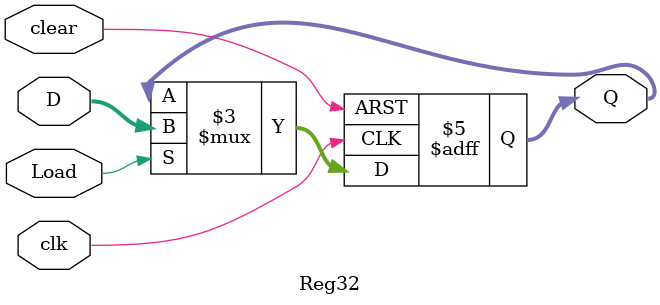
<source format=v>
`timescale 1ns / 1ps
module Reg32(clk,clear,Load,D,Q);
	 
	 input clk;
	 input clear;
	 input Load;
	 input [31:0] D;
	 output reg[31:0]Q;
always @(posedge clk or posedge clear)
begin
		if(clear) Q <= 0; 
		else if (Load) Q <= D; 
		else Q <= Q;
		end
endmodule


</source>
